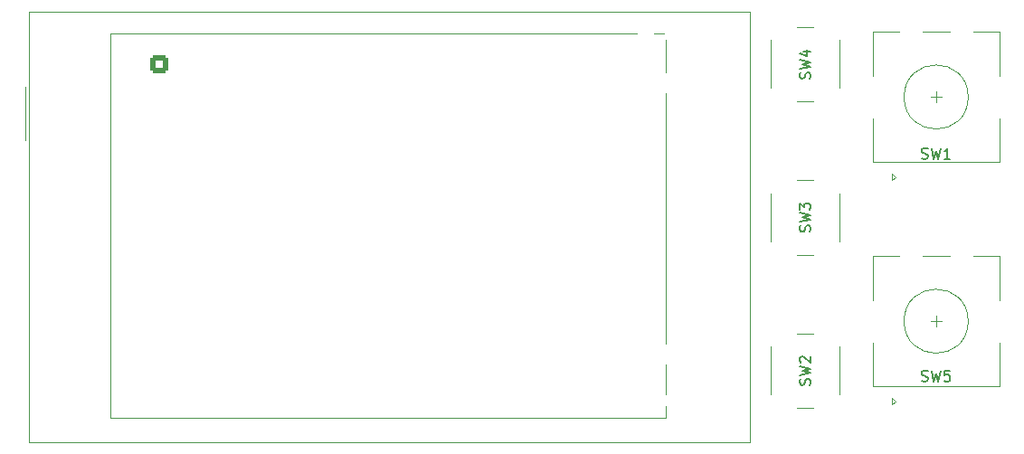
<source format=gbr>
%TF.GenerationSoftware,KiCad,Pcbnew,7.0.9*%
%TF.CreationDate,2024-03-08T21:06:40+01:00*%
%TF.ProjectId,SI4684 controller,53493436-3834-4206-936f-6e74726f6c6c,rev?*%
%TF.SameCoordinates,Original*%
%TF.FileFunction,Legend,Top*%
%TF.FilePolarity,Positive*%
%FSLAX46Y46*%
G04 Gerber Fmt 4.6, Leading zero omitted, Abs format (unit mm)*
G04 Created by KiCad (PCBNEW 7.0.9) date 2024-03-08 21:06:40*
%MOMM*%
%LPD*%
G01*
G04 APERTURE LIST*
G04 Aperture macros list*
%AMRoundRect*
0 Rectangle with rounded corners*
0 $1 Rounding radius*
0 $2 $3 $4 $5 $6 $7 $8 $9 X,Y pos of 4 corners*
0 Add a 4 corners polygon primitive as box body*
4,1,4,$2,$3,$4,$5,$6,$7,$8,$9,$2,$3,0*
0 Add four circle primitives for the rounded corners*
1,1,$1+$1,$2,$3*
1,1,$1+$1,$4,$5*
1,1,$1+$1,$6,$7*
1,1,$1+$1,$8,$9*
0 Add four rect primitives between the rounded corners*
20,1,$1+$1,$2,$3,$4,$5,0*
20,1,$1+$1,$4,$5,$6,$7,0*
20,1,$1+$1,$6,$7,$8,$9,0*
20,1,$1+$1,$8,$9,$2,$3,0*%
G04 Aperture macros list end*
%ADD10C,0.150000*%
%ADD11C,0.120000*%
%ADD12C,4.000000*%
%ADD13R,1.500000X1.500000*%
%ADD14C,1.500000*%
%ADD15R,2.000000X2.000000*%
%ADD16C,2.000000*%
%ADD17R,2.000000X3.200000*%
%ADD18RoundRect,0.250000X0.600000X0.600000X-0.600000X0.600000X-0.600000X-0.600000X0.600000X-0.600000X0*%
%ADD19C,1.700000*%
%ADD20C,1.400000*%
%ADD21O,1.524000X2.540000*%
%ADD22C,1.600000*%
%ADD23R,1.600000X1.600000*%
%ADD24O,1.600000X1.600000*%
G04 APERTURE END LIST*
D10*
X196278667Y-100991200D02*
X196421524Y-101038819D01*
X196421524Y-101038819D02*
X196659619Y-101038819D01*
X196659619Y-101038819D02*
X196754857Y-100991200D01*
X196754857Y-100991200D02*
X196802476Y-100943580D01*
X196802476Y-100943580D02*
X196850095Y-100848342D01*
X196850095Y-100848342D02*
X196850095Y-100753104D01*
X196850095Y-100753104D02*
X196802476Y-100657866D01*
X196802476Y-100657866D02*
X196754857Y-100610247D01*
X196754857Y-100610247D02*
X196659619Y-100562628D01*
X196659619Y-100562628D02*
X196469143Y-100515009D01*
X196469143Y-100515009D02*
X196373905Y-100467390D01*
X196373905Y-100467390D02*
X196326286Y-100419771D01*
X196326286Y-100419771D02*
X196278667Y-100324533D01*
X196278667Y-100324533D02*
X196278667Y-100229295D01*
X196278667Y-100229295D02*
X196326286Y-100134057D01*
X196326286Y-100134057D02*
X196373905Y-100086438D01*
X196373905Y-100086438D02*
X196469143Y-100038819D01*
X196469143Y-100038819D02*
X196707238Y-100038819D01*
X196707238Y-100038819D02*
X196850095Y-100086438D01*
X197183429Y-100038819D02*
X197421524Y-101038819D01*
X197421524Y-101038819D02*
X197612000Y-100324533D01*
X197612000Y-100324533D02*
X197802476Y-101038819D01*
X197802476Y-101038819D02*
X198040572Y-100038819D01*
X198945333Y-101038819D02*
X198373905Y-101038819D01*
X198659619Y-101038819D02*
X198659619Y-100038819D01*
X198659619Y-100038819D02*
X198564381Y-100181676D01*
X198564381Y-100181676D02*
X198469143Y-100276914D01*
X198469143Y-100276914D02*
X198373905Y-100324533D01*
X185827200Y-107852756D02*
X185874819Y-107709899D01*
X185874819Y-107709899D02*
X185874819Y-107471804D01*
X185874819Y-107471804D02*
X185827200Y-107376566D01*
X185827200Y-107376566D02*
X185779580Y-107328947D01*
X185779580Y-107328947D02*
X185684342Y-107281328D01*
X185684342Y-107281328D02*
X185589104Y-107281328D01*
X185589104Y-107281328D02*
X185493866Y-107328947D01*
X185493866Y-107328947D02*
X185446247Y-107376566D01*
X185446247Y-107376566D02*
X185398628Y-107471804D01*
X185398628Y-107471804D02*
X185351009Y-107662280D01*
X185351009Y-107662280D02*
X185303390Y-107757518D01*
X185303390Y-107757518D02*
X185255771Y-107805137D01*
X185255771Y-107805137D02*
X185160533Y-107852756D01*
X185160533Y-107852756D02*
X185065295Y-107852756D01*
X185065295Y-107852756D02*
X184970057Y-107805137D01*
X184970057Y-107805137D02*
X184922438Y-107757518D01*
X184922438Y-107757518D02*
X184874819Y-107662280D01*
X184874819Y-107662280D02*
X184874819Y-107424185D01*
X184874819Y-107424185D02*
X184922438Y-107281328D01*
X184874819Y-106947994D02*
X185874819Y-106709899D01*
X185874819Y-106709899D02*
X185160533Y-106519423D01*
X185160533Y-106519423D02*
X185874819Y-106328947D01*
X185874819Y-106328947D02*
X184874819Y-106090852D01*
X184874819Y-105805137D02*
X184874819Y-105186090D01*
X184874819Y-105186090D02*
X185255771Y-105519423D01*
X185255771Y-105519423D02*
X185255771Y-105376566D01*
X185255771Y-105376566D02*
X185303390Y-105281328D01*
X185303390Y-105281328D02*
X185351009Y-105233709D01*
X185351009Y-105233709D02*
X185446247Y-105186090D01*
X185446247Y-105186090D02*
X185684342Y-105186090D01*
X185684342Y-105186090D02*
X185779580Y-105233709D01*
X185779580Y-105233709D02*
X185827200Y-105281328D01*
X185827200Y-105281328D02*
X185874819Y-105376566D01*
X185874819Y-105376566D02*
X185874819Y-105662280D01*
X185874819Y-105662280D02*
X185827200Y-105757518D01*
X185827200Y-105757518D02*
X185779580Y-105805137D01*
X185827200Y-122203756D02*
X185874819Y-122060899D01*
X185874819Y-122060899D02*
X185874819Y-121822804D01*
X185874819Y-121822804D02*
X185827200Y-121727566D01*
X185827200Y-121727566D02*
X185779580Y-121679947D01*
X185779580Y-121679947D02*
X185684342Y-121632328D01*
X185684342Y-121632328D02*
X185589104Y-121632328D01*
X185589104Y-121632328D02*
X185493866Y-121679947D01*
X185493866Y-121679947D02*
X185446247Y-121727566D01*
X185446247Y-121727566D02*
X185398628Y-121822804D01*
X185398628Y-121822804D02*
X185351009Y-122013280D01*
X185351009Y-122013280D02*
X185303390Y-122108518D01*
X185303390Y-122108518D02*
X185255771Y-122156137D01*
X185255771Y-122156137D02*
X185160533Y-122203756D01*
X185160533Y-122203756D02*
X185065295Y-122203756D01*
X185065295Y-122203756D02*
X184970057Y-122156137D01*
X184970057Y-122156137D02*
X184922438Y-122108518D01*
X184922438Y-122108518D02*
X184874819Y-122013280D01*
X184874819Y-122013280D02*
X184874819Y-121775185D01*
X184874819Y-121775185D02*
X184922438Y-121632328D01*
X184874819Y-121298994D02*
X185874819Y-121060899D01*
X185874819Y-121060899D02*
X185160533Y-120870423D01*
X185160533Y-120870423D02*
X185874819Y-120679947D01*
X185874819Y-120679947D02*
X184874819Y-120441852D01*
X184970057Y-120108518D02*
X184922438Y-120060899D01*
X184922438Y-120060899D02*
X184874819Y-119965661D01*
X184874819Y-119965661D02*
X184874819Y-119727566D01*
X184874819Y-119727566D02*
X184922438Y-119632328D01*
X184922438Y-119632328D02*
X184970057Y-119584709D01*
X184970057Y-119584709D02*
X185065295Y-119537090D01*
X185065295Y-119537090D02*
X185160533Y-119537090D01*
X185160533Y-119537090D02*
X185303390Y-119584709D01*
X185303390Y-119584709D02*
X185874819Y-120156137D01*
X185874819Y-120156137D02*
X185874819Y-119537090D01*
X185827200Y-93535332D02*
X185874819Y-93392475D01*
X185874819Y-93392475D02*
X185874819Y-93154380D01*
X185874819Y-93154380D02*
X185827200Y-93059142D01*
X185827200Y-93059142D02*
X185779580Y-93011523D01*
X185779580Y-93011523D02*
X185684342Y-92963904D01*
X185684342Y-92963904D02*
X185589104Y-92963904D01*
X185589104Y-92963904D02*
X185493866Y-93011523D01*
X185493866Y-93011523D02*
X185446247Y-93059142D01*
X185446247Y-93059142D02*
X185398628Y-93154380D01*
X185398628Y-93154380D02*
X185351009Y-93344856D01*
X185351009Y-93344856D02*
X185303390Y-93440094D01*
X185303390Y-93440094D02*
X185255771Y-93487713D01*
X185255771Y-93487713D02*
X185160533Y-93535332D01*
X185160533Y-93535332D02*
X185065295Y-93535332D01*
X185065295Y-93535332D02*
X184970057Y-93487713D01*
X184970057Y-93487713D02*
X184922438Y-93440094D01*
X184922438Y-93440094D02*
X184874819Y-93344856D01*
X184874819Y-93344856D02*
X184874819Y-93106761D01*
X184874819Y-93106761D02*
X184922438Y-92963904D01*
X184874819Y-92630570D02*
X185874819Y-92392475D01*
X185874819Y-92392475D02*
X185160533Y-92201999D01*
X185160533Y-92201999D02*
X185874819Y-92011523D01*
X185874819Y-92011523D02*
X184874819Y-91773428D01*
X185208152Y-90963904D02*
X185874819Y-90963904D01*
X184827200Y-91201999D02*
X185541485Y-91440094D01*
X185541485Y-91440094D02*
X185541485Y-90821047D01*
X196278667Y-121819200D02*
X196421524Y-121866819D01*
X196421524Y-121866819D02*
X196659619Y-121866819D01*
X196659619Y-121866819D02*
X196754857Y-121819200D01*
X196754857Y-121819200D02*
X196802476Y-121771580D01*
X196802476Y-121771580D02*
X196850095Y-121676342D01*
X196850095Y-121676342D02*
X196850095Y-121581104D01*
X196850095Y-121581104D02*
X196802476Y-121485866D01*
X196802476Y-121485866D02*
X196754857Y-121438247D01*
X196754857Y-121438247D02*
X196659619Y-121390628D01*
X196659619Y-121390628D02*
X196469143Y-121343009D01*
X196469143Y-121343009D02*
X196373905Y-121295390D01*
X196373905Y-121295390D02*
X196326286Y-121247771D01*
X196326286Y-121247771D02*
X196278667Y-121152533D01*
X196278667Y-121152533D02*
X196278667Y-121057295D01*
X196278667Y-121057295D02*
X196326286Y-120962057D01*
X196326286Y-120962057D02*
X196373905Y-120914438D01*
X196373905Y-120914438D02*
X196469143Y-120866819D01*
X196469143Y-120866819D02*
X196707238Y-120866819D01*
X196707238Y-120866819D02*
X196850095Y-120914438D01*
X197183429Y-120866819D02*
X197421524Y-121866819D01*
X197421524Y-121866819D02*
X197612000Y-121152533D01*
X197612000Y-121152533D02*
X197802476Y-121866819D01*
X197802476Y-121866819D02*
X198040572Y-120866819D01*
X198897714Y-120866819D02*
X198421524Y-120866819D01*
X198421524Y-120866819D02*
X198373905Y-121343009D01*
X198373905Y-121343009D02*
X198421524Y-121295390D01*
X198421524Y-121295390D02*
X198516762Y-121247771D01*
X198516762Y-121247771D02*
X198754857Y-121247771D01*
X198754857Y-121247771D02*
X198850095Y-121295390D01*
X198850095Y-121295390D02*
X198897714Y-121343009D01*
X198897714Y-121343009D02*
X198945333Y-121438247D01*
X198945333Y-121438247D02*
X198945333Y-121676342D01*
X198945333Y-121676342D02*
X198897714Y-121771580D01*
X198897714Y-121771580D02*
X198850095Y-121819200D01*
X198850095Y-121819200D02*
X198754857Y-121866819D01*
X198754857Y-121866819D02*
X198516762Y-121866819D01*
X198516762Y-121866819D02*
X198421524Y-121819200D01*
X198421524Y-121819200D02*
X198373905Y-121771580D01*
D11*
%TO.C,U1*%
X112362000Y-94268424D02*
X112362000Y-99268424D01*
X112742000Y-87258424D02*
X180182000Y-87258424D01*
X112742000Y-127598424D02*
X112742000Y-87258424D01*
X120362000Y-89268424D02*
X172362000Y-89268424D01*
X120362000Y-125268424D02*
X120362000Y-89268424D01*
X172362000Y-89268424D02*
X172362000Y-125268424D01*
X172362000Y-125268424D02*
X120362000Y-125268424D01*
X180182000Y-87258424D02*
X180182000Y-127598424D01*
X180182000Y-127598424D02*
X112742000Y-127598424D01*
%TO.C,SW1*%
X193540000Y-103048724D02*
X193540000Y-102448724D01*
X193840000Y-102748724D02*
X193540000Y-103048724D01*
X193540000Y-102448724D02*
X193840000Y-102748724D01*
X191740000Y-101348724D02*
X203540000Y-101348724D01*
X191740000Y-97248724D02*
X191740000Y-101348724D01*
X203540000Y-97248724D02*
X203540000Y-101348724D01*
X197640000Y-95748724D02*
X197640000Y-94748724D01*
X197140000Y-95248724D02*
X198140000Y-95248724D01*
X191740000Y-93248724D02*
X191740000Y-89148724D01*
X191740000Y-89148724D02*
X194140000Y-89148724D01*
X196340000Y-89148724D02*
X198940000Y-89148724D01*
X201140000Y-89148724D02*
X203540000Y-89148724D01*
X203540000Y-89148724D02*
X203540000Y-93248724D01*
X200640000Y-95248724D02*
G75*
G03*
X200640000Y-95248724I-3000000J0D01*
G01*
%TO.C,SW3*%
X186117000Y-103019424D02*
X184617000Y-103019424D01*
X182117000Y-104269424D02*
X182117000Y-108769424D01*
X188617000Y-108769424D02*
X188617000Y-104269424D01*
X184617000Y-110019424D02*
X186117000Y-110019424D01*
%TO.C,SW2*%
X186117000Y-117370424D02*
X184617000Y-117370424D01*
X182117000Y-118620424D02*
X182117000Y-123120424D01*
X188617000Y-123120424D02*
X188617000Y-118620424D01*
X184617000Y-124370424D02*
X186117000Y-124370424D01*
%TO.C,SW4*%
X186117000Y-88668424D02*
X184617000Y-88668424D01*
X182117000Y-89918424D02*
X182117000Y-94418424D01*
X188617000Y-94418424D02*
X188617000Y-89918424D01*
X184617000Y-95668424D02*
X186117000Y-95668424D01*
%TO.C,SW5*%
X193540000Y-124038424D02*
X193540000Y-123438424D01*
X193840000Y-123738424D02*
X193540000Y-124038424D01*
X193540000Y-123438424D02*
X193840000Y-123738424D01*
X191740000Y-122338424D02*
X203540000Y-122338424D01*
X191740000Y-118238424D02*
X191740000Y-122338424D01*
X203540000Y-118238424D02*
X203540000Y-122338424D01*
X197640000Y-116738424D02*
X197640000Y-115738424D01*
X197140000Y-116238424D02*
X198140000Y-116238424D01*
X191740000Y-114238424D02*
X191740000Y-110138424D01*
X191740000Y-110138424D02*
X194140000Y-110138424D01*
X196340000Y-110138424D02*
X198940000Y-110138424D01*
X201140000Y-110138424D02*
X203540000Y-110138424D01*
X203540000Y-110138424D02*
X203540000Y-114238424D01*
X200640000Y-116238424D02*
G75*
G03*
X200640000Y-116238424I-3000000J0D01*
G01*
%TD*%
%LPC*%
D12*
%TO.C,U1*%
X115862000Y-90378424D03*
X115862000Y-124478424D03*
X177062000Y-90378424D03*
X177062000Y-124478424D03*
D13*
X114362000Y-97268424D03*
D14*
X114362000Y-99808424D03*
X114362000Y-102348424D03*
X114362000Y-104888424D03*
X114362000Y-107428424D03*
X114362000Y-109968424D03*
X114362000Y-112508424D03*
X114362000Y-115048424D03*
X114362000Y-117588424D03*
X177882000Y-102348424D03*
X177882000Y-104888424D03*
X177882000Y-107428424D03*
X177882000Y-109968424D03*
X177882000Y-112508424D03*
%TD*%
D15*
%TO.C,SW1*%
X195140000Y-102748724D03*
D16*
X200140000Y-102748724D03*
X197640000Y-102748724D03*
D17*
X192040000Y-95248724D03*
X203240000Y-95248724D03*
D16*
X200140000Y-88248724D03*
X195140000Y-88248724D03*
%TD*%
%TO.C,SW3*%
X187617000Y-103269424D03*
X187617000Y-109769424D03*
X183117000Y-103269424D03*
X183117000Y-109769424D03*
%TD*%
%TO.C,SW2*%
X187617000Y-117620424D03*
X187617000Y-124120424D03*
X183117000Y-117620424D03*
X183117000Y-124120424D03*
%TD*%
%TO.C,SW4*%
X187617000Y-88918424D03*
X187617000Y-95418424D03*
X183117000Y-88918424D03*
X183117000Y-95418424D03*
%TD*%
D15*
%TO.C,SW5*%
X195140000Y-123738424D03*
D16*
X200140000Y-123738424D03*
X197640000Y-123738424D03*
D17*
X192040000Y-116238424D03*
X203240000Y-116238424D03*
D16*
X200140000Y-109238424D03*
X195140000Y-109238424D03*
%TD*%
D18*
%TO.C,J1*%
X124955200Y-92169624D03*
D19*
X122415200Y-92169624D03*
X124955200Y-94709624D03*
X122415200Y-94709624D03*
X124955200Y-97249624D03*
X122415200Y-97249624D03*
X124955200Y-99789624D03*
X122415200Y-99789624D03*
X124955200Y-102329624D03*
X122415200Y-102329624D03*
%TD*%
D20*
%TO.C,JP1*%
X117132000Y-98042424D03*
X117132000Y-95502424D03*
%TD*%
D21*
%TO.C,M1*%
X173012000Y-119398424D03*
X170472000Y-119398424D03*
X167932000Y-119398424D03*
X165392000Y-119398424D03*
X162852000Y-119398424D03*
X160312000Y-119398424D03*
X157772000Y-119398424D03*
X155232000Y-119398424D03*
X152692000Y-119398424D03*
X150152000Y-119398424D03*
X147612000Y-119398424D03*
X145072000Y-119398424D03*
X142532000Y-119398424D03*
X139992000Y-119398424D03*
X137452000Y-119398424D03*
X137452000Y-93998424D03*
X139992000Y-93998424D03*
X142532000Y-93998424D03*
X145072000Y-93998424D03*
X147612000Y-93998424D03*
X150152000Y-93998424D03*
X152692000Y-93998424D03*
X155232000Y-93998424D03*
X157772000Y-93998424D03*
X160312000Y-93998424D03*
X162852000Y-93998424D03*
X165392000Y-93998424D03*
X167932000Y-93998424D03*
X170472000Y-93998424D03*
X173012000Y-93998424D03*
%TD*%
D22*
%TO.C,C4*%
X203942000Y-127000000D03*
X201442000Y-127000000D03*
%TD*%
%TO.C,C7*%
X185654000Y-127000000D03*
X183154000Y-127000000D03*
%TD*%
%TO.C,C11*%
X172974000Y-123698000D03*
X170474000Y-123698000D03*
%TD*%
%TO.C,C1*%
X198862000Y-127000000D03*
X196362000Y-127000000D03*
%TD*%
%TO.C,C2*%
X203942000Y-106172000D03*
X201442000Y-106172000D03*
%TD*%
%TO.C,C5*%
X198862000Y-106172000D03*
X196362000Y-106172000D03*
%TD*%
%TO.C,C6*%
X193782000Y-127000000D03*
X191282000Y-127000000D03*
%TD*%
%TO.C,C8*%
X185634000Y-112776000D03*
X183134000Y-112776000D03*
%TD*%
%TO.C,C9*%
X185634000Y-98298000D03*
X183134000Y-98298000D03*
%TD*%
D23*
%TO.C,RN1*%
X162814000Y-99568000D03*
D24*
X160274000Y-99568000D03*
X157734000Y-99568000D03*
X155194000Y-99568000D03*
X152654000Y-99568000D03*
X150114000Y-99568000D03*
X147574000Y-99568000D03*
X145034000Y-99568000D03*
X142494000Y-99568000D03*
X139954000Y-99568000D03*
%TD*%
D22*
%TO.C,C10*%
X172974000Y-89408000D03*
X170474000Y-89408000D03*
%TD*%
%TO.C,C3*%
X193782000Y-106172000D03*
X191282000Y-106172000D03*
%TD*%
%LPD*%
M02*

</source>
